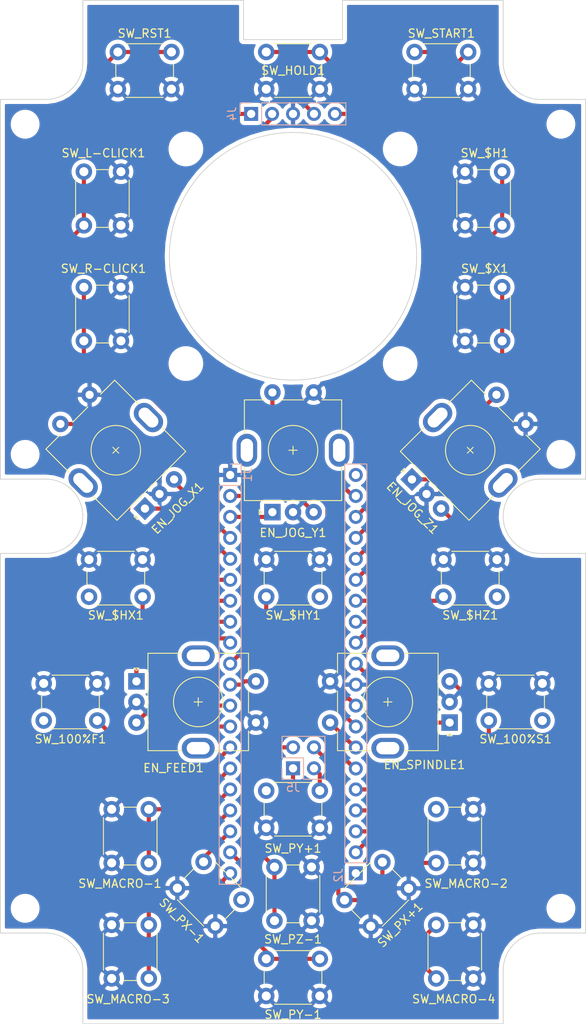
<source format=kicad_pcb>
(kicad_pcb (version 20171130) (host pcbnew 5.1.9-1.fc33)
  (layers (0 F.Cu signal) (31 B.Cu signal) (34 B.Paste user) (35 F.Paste user) (36 B.SilkS user) (37 F.SilkS user) (38 B.Mask user) (39 F.Mask user) (44 Edge.Cuts user))
  (net 0 "")
  (net 1 /17)
  (net 2 /16)
  (net 3 /15)
  (net 4 /14)
  (net 5 /13)
  (net 6 /12)
  (net 7 /11)
  (net 8 /10)
  (net 9 /9)
  (net 10 /8)
  (net 11 /7)
  (net 12 /6)
  (net 13 /5)
  (net 14 /4)
  (net 15 /3)
  (net 16 /2)
  (net 17 /1)
  (net 18 /0)
  (net 19 /27)
  (net 20 +5VA)
  (net 21 +5V)
  (net 22 /26)
  (net 23 /25)
  (net 24 /24)
  (net 25 /23)
  (net 26 /22)
  (net 27 /21)
  (net 28 /20)
  (net 29 /19)
  (net 30 /18)
  (net 31 /39)
  (net 32 /41)
  (net 33 /42)
  (net 34 /43)
  (net 35 /44)
  (net 36 /45)
  (net 37 /28)
  (net 38 /29)
  (net 39 /33)
  (net 40 /32)
  (net 41 GND)
  (net 42 /A0)
  (net 43 /A2)
  (module Encoder:PEC11R-4x15K (layer F.Cu) (at 100 93.5)
    (fp_text reference EN_JOG_Y1 (at 0 10) (layer F.SilkS))
    (fp_text value Rotary_Encoder_Switch)
    (pad A thru_hole rect (at -2.5 7.5 90) (size 2 2) (drill 1) (layers *.Cu *.Mask) (net 18 /0))
    (pad C thru_hole circle (at 0 7.5 90) (size 2 2) (drill 1) (layers *.Cu *.Mask) (net 41 GND))
    (pad S2 thru_hole circle (at -2.5 -7 90) (size 2 2) (drill 1) (layers *.Cu *.Mask) (net 22 /26))
    (pad S1 thru_hole circle (at 2.5 -7 90) (size 2 2) (drill 1) (layers *.Cu *.Mask) (net 41 GND))
    (pad MP thru_hole oval (at -5.6 0 90) (size 4 2.5) (drill oval 2.8 1.5) (layers *.Cu *.Mask))
    (pad MP thru_hole oval (at 5.6 0 90) (size 4 2.5) (drill oval 2.8 1.5) (layers *.Cu *.Mask))
    (pad B thru_hole circle (at 2.5 7.5 90) (size 2 2) (drill 1) (layers *.Cu *.Mask) (net 19 /27))
  )
  (module Encoder:PEC11R-4x15K (layer F.Cu) (at 88.5 124 270)
    (fp_text reference EN_FEED1 (at 8 3) (layer F.SilkS))
    (fp_text value Rotary_Encoder_Switch)
    (pad A thru_hole rect (at -2.5 7.5) (size 2 2) (drill 1) (layers *.Cu *.Mask) (net 15 /3))
    (pad C thru_hole circle (at 0 7.5) (size 2 2) (drill 1) (layers *.Cu *.Mask) (net 41 GND))
    (pad S2 thru_hole circle (at -2.5 -7) (size 2 2) (drill 1) (layers *.Cu *.Mask) (net 10 /8))
    (pad S1 thru_hole circle (at 2.5 -7) (size 2 2) (drill 1) (layers *.Cu *.Mask) (net 41 GND))
    (pad MP thru_hole oval (at -5.6 0) (size 4 2.5) (drill oval 2.8 1.5) (layers *.Cu *.Mask))
    (pad MP thru_hole oval (at 5.6 0) (size 4 2.5) (drill oval 2.8 1.5) (layers *.Cu *.Mask))
    (pad B thru_hole circle (at 2.5 7.5) (size 2 2) (drill 1) (layers *.Cu *.Mask) (net 14 /4))
  )
  (module Encoder:PEC11R-4x15K (layer F.Cu) (at 111.5 124 90)
    (fp_text reference EN_SPINDLE1 (at -7.62 4.445) (layer F.SilkS))
    (fp_text value Rotary_Encoder_Switch)
    (pad A thru_hole rect (at -2.5 7.5 180) (size 2 2) (drill 1) (layers *.Cu *.Mask) (net 30 /18))
    (pad C thru_hole circle (at 0 7.5 180) (size 2 2) (drill 1) (layers *.Cu *.Mask) (net 41 GND))
    (pad S2 thru_hole circle (at -2.5 -7 180) (size 2 2) (drill 1) (layers *.Cu *.Mask) (net 31 /39))
    (pad S1 thru_hole circle (at 2.5 -7 180) (size 2 2) (drill 1) (layers *.Cu *.Mask) (net 41 GND))
    (pad MP thru_hole oval (at -5.6 0 180) (size 4 2.5) (drill oval 2.8 1.5) (layers *.Cu *.Mask))
    (pad MP thru_hole oval (at 5.6 0 180) (size 4 2.5) (drill oval 2.8 1.5) (layers *.Cu *.Mask))
    (pad B thru_hole circle (at 2.5 7.5 180) (size 2 2) (drill 1) (layers *.Cu *.Mask) (net 32 /41))
  )
  (module Encoder:PEC11R-4x15K (layer F.Cu) (at 78.5 93.5 45)
    (fp_text reference EN_JOG_X1 (at 0.353553 10.253048 225) (layer F.SilkS))
    (fp_text value Rotary_Encoder_Switch)
    (pad A thru_hole rect (at -2.5 7.5 135) (size 2 2) (drill 1) (layers *.Cu *.Mask) (net 16 /2))
    (pad C thru_hole circle (at 0 7.5 135) (size 2 2) (drill 1) (layers *.Cu *.Mask) (net 41 GND))
    (pad S2 thru_hole circle (at -2.5 -7 135) (size 2 2) (drill 1) (layers *.Cu *.Mask) (net 6 /12))
    (pad S1 thru_hole circle (at 2.5 -7 135) (size 2 2) (drill 1) (layers *.Cu *.Mask) (net 41 GND))
    (pad MP thru_hole oval (at -5.6 0 135) (size 4 2.5) (drill oval 2.8 1.5) (layers *.Cu *.Mask))
    (pad MP thru_hole oval (at 5.6 0 135) (size 4 2.5) (drill oval 2.8 1.5) (layers *.Cu *.Mask))
    (pad B thru_hole circle (at 2.5 7.5 135) (size 2 2) (drill 1) (layers *.Cu *.Mask) (net 17 /1))
  )
  (module Encoder:PEC11R-4x15K (layer F.Cu) (at 121.5 93.5 315)
    (fp_text reference EN_JOG_Z1 (at 0 9.899495 135) (layer F.SilkS))
    (fp_text value Rotary_Encoder_Switch)
    (pad A thru_hole rect (at -2.5 7.5 45) (size 2 2) (drill 1) (layers *.Cu *.Mask) (net 29 /19))
    (pad C thru_hole circle (at 0 7.5 45) (size 2 2) (drill 1) (layers *.Cu *.Mask) (net 41 GND))
    (pad S2 thru_hole circle (at -2.5 -7 45) (size 2 2) (drill 1) (layers *.Cu *.Mask) (net 35 /44))
    (pad S1 thru_hole circle (at 2.5 -7 45) (size 2 2) (drill 1) (layers *.Cu *.Mask) (net 41 GND))
    (pad MP thru_hole oval (at -5.6 0 45) (size 4 2.5) (drill oval 2.8 1.5) (layers *.Cu *.Mask))
    (pad MP thru_hole oval (at 5.6 0 45) (size 4 2.5) (drill oval 2.8 1.5) (layers *.Cu *.Mask))
    (pad B thru_hole circle (at 2.5 7.5 45) (size 2 2) (drill 1) (layers *.Cu *.Mask) (net 28 /20))
  )
  (module MountingHole:MountingHole_3.2mm_M3 (layer F.Cu) (at 113 83)
    (fp_text reference H10 hide)
    (fp_text value MountingHole hide)
    (pad 1 np_thru_hole circle (at 0 0) (size 3.2 3.2) (drill 3.2) (layers *.Cu *.Mask))
  )
  (module MountingHole:MountingHole_3.2mm_M3 (layer F.Cu) (at 87 83)
    (fp_text reference H9 hide)
    (fp_text value MountingHole hide)
    (pad 1 np_thru_hole circle (at 0 0) (size 3.2 3.2) (drill 3.2) (layers *.Cu *.Mask))
  )
  (module MountingHole:MountingHole_3.2mm_M3 (layer F.Cu) (at 113 57)
    (fp_text reference H8 hide)
    (fp_text value MountingHole hide)
    (pad 1 np_thru_hole circle (at 0 0) (size 3.2 3.2) (drill 3.2) (layers *.Cu *.Mask))
  )
  (module MountingHole:MountingHole_3.2mm_M3 (layer F.Cu) (at 87 57)
    (fp_text reference H7 hide)
    (fp_text value MountingHole hide)
    (pad 1 np_thru_hole circle (at 0 0) (size 3.2 3.2) (drill 3.2) (layers *.Cu *.Mask))
  )
  (module MountingHole:MountingHole_2.5mm (layer F.Cu) (at 132.5 149)
    (fp_text reference H6 hide)
    (fp_text value MountingHole hide)
    (pad 1 np_thru_hole circle (at 0 0) (size 2.5 2.5) (drill 2.5) (layers *.Cu *.Mask))
  )
  (module Connector_PinHeader_2.54mm:PinHeader_2x02_P2.54mm_Vertical (layer B.Cu) (at 100 132.04)
    (fp_text reference J5 (at 0 2.33) (layer B.SilkS) (effects (justify mirror)))
    (fp_text value Conn_02x02_Odd_Even)
    (pad 4 thru_hole oval (at 2.54 -2.54) (size 1.7 1.7) (drill 1) (layers *.Cu *.Mask) (net 37 /28))
    (pad 3 thru_hole oval (at 0 -2.54) (size 1.7 1.7) (drill 1) (layers *.Cu *.Mask) (net 40 /32))
    (pad 2 thru_hole oval (at 2.54 0) (size 1.7 1.7) (drill 1) (layers *.Cu *.Mask) (net 38 /29))
    (pad 1 thru_hole rect (at 0 0) (size 1.7 1.7) (drill 1) (layers *.Cu *.Mask) (net 39 /33))
  )
  (module Button_Switch_THT:SW_PUSH_6mm_H7.3mm (layer F.Cu) (at 103.25 49.75 180)
    (fp_text reference SW_HOLD1 (at 3.25 2.25) (layer F.SilkS))
    (fp_text value SW_Push)
    (pad 2 thru_hole circle (at 0 4.5 270) (size 2 2) (drill 1.1) (layers *.Cu *.Mask) (net 24 /24))
    (pad 1 thru_hole circle (at 0 0 270) (size 2 2) (drill 1.1) (layers *.Cu *.Mask) (net 41 GND))
    (pad 2 thru_hole circle (at 6.5 4.5 270) (size 2 2) (drill 1.1) (layers *.Cu *.Mask) (net 24 /24))
    (pad 1 thru_hole circle (at 6.5 0 270) (size 2 2) (drill 1.1) (layers *.Cu *.Mask) (net 41 GND))
  )
  (module Button_Switch_THT:SW_PUSH_6mm_H7.3mm (layer F.Cu) (at 118.25 106.75)
    (fp_text reference SW_$HZ1 (at 3.25 6.75) (layer F.SilkS))
    (fp_text value SW_Push)
    (pad 2 thru_hole circle (at 0 4.5 90) (size 2 2) (drill 1.1) (layers *.Cu *.Mask) (net 27 /21))
    (pad 1 thru_hole circle (at 0 0 90) (size 2 2) (drill 1.1) (layers *.Cu *.Mask) (net 41 GND))
    (pad 2 thru_hole circle (at 6.5 4.5 90) (size 2 2) (drill 1.1) (layers *.Cu *.Mask) (net 27 /21))
    (pad 1 thru_hole circle (at 6.5 0 90) (size 2 2) (drill 1.1) (layers *.Cu *.Mask) (net 41 GND))
  )
  (module Connector_PinHeader_2.54mm:PinHeader_1x05_P2.54mm_Vertical (layer B.Cu) (at 94.920001 52.75 270)
    (fp_text reference J4 (at 0 2.33 270) (layer B.SilkS) (effects (justify mirror)))
    (fp_text value Conn_01x05)
    (pad 1 thru_hole rect (at 0 0 270) (size 1.7 1.7) (drill 1) (layers *.Cu *.Mask) (net 42 /A0))
    (pad 2 thru_hole oval (at 0 -2.54 270) (size 1.7 1.7) (drill 1) (layers *.Cu *.Mask) (net 20 +5VA))
    (pad 3 thru_hole oval (at 0 -5.08 270) (size 1.7 1.7) (drill 1) (layers *.Cu *.Mask) (net 41 GND))
    (pad 4 thru_hole oval (at 0 -7.62 270) (size 1.7 1.7) (drill 1) (layers *.Cu *.Mask) (net 43 /A2))
    (pad 5 thru_hole oval (at 0 -10.16 270) (size 1.7 1.7) (drill 1) (layers *.Cu *.Mask) (net 23 /25))
  )
  (module MountingHole:MountingHole_2.5mm (layer F.Cu) (at 67.5 149)
    (fp_text reference H5 hide)
    (fp_text value MountingHole hide)
    (pad 1 np_thru_hole circle (at 0 0) (size 2.5 2.5) (drill 2.5) (layers *.Cu *.Mask))
  )
  (module Button_Switch_THT:SW_PUSH_6mm_H7.3mm (layer F.Cu) (at 125.375001 73.75 270)
    (fp_text reference SW_$X1 (at -2.25 2.125001 180) (layer F.SilkS))
    (fp_text value SW_Push)
    (pad 2 thru_hole circle (at 0 4.5) (size 2 2) (drill 1.1) (layers *.Cu *.Mask) (net 41 GND))
    (pad 1 thru_hole circle (at 0 0) (size 2 2) (drill 1.1) (layers *.Cu *.Mask) (net 33 /42))
    (pad 2 thru_hole circle (at 6.5 4.5) (size 2 2) (drill 1.1) (layers *.Cu *.Mask) (net 41 GND))
    (pad 1 thru_hole circle (at 6.5 0) (size 2 2) (drill 1.1) (layers *.Cu *.Mask) (net 33 /42))
  )
  (module Button_Switch_THT:SW_PUSH_6mm_H7.3mm (layer F.Cu) (at 117.375 157.5 90)
    (fp_text reference SW_MACRO-4 (at -2.5 2.125) (layer F.SilkS))
    (fp_text value SW_Push)
    (pad 2 thru_hole circle (at 0 4.5 180) (size 2 2) (drill 1.1) (layers *.Cu *.Mask) (net 41 GND))
    (pad 1 thru_hole circle (at 0 0 180) (size 2 2) (drill 1.1) (layers *.Cu *.Mask) (net 2 /16))
    (pad 2 thru_hole circle (at 6.5 4.5 180) (size 2 2) (drill 1.1) (layers *.Cu *.Mask) (net 41 GND))
    (pad 1 thru_hole circle (at 6.5 0 180) (size 2 2) (drill 1.1) (layers *.Cu *.Mask) (net 2 /16))
  )
  (module MountingHole:MountingHole_2.5mm (layer F.Cu) (at 132.5 54)
    (fp_text reference H2 hide)
    (fp_text value MountingHole hide)
    (pad 1 np_thru_hole circle (at 0 0) (size 2.5 2.5) (drill 2.5) (layers *.Cu *.Mask))
  )
  (module MountingHole:MountingHole_2.5mm (layer F.Cu) (at 132.5 94)
    (fp_text reference H4 hide)
    (fp_text value MountingHole hide)
    (pad 1 np_thru_hole circle (at 0 0) (size 2.5 2.5) (drill 2.5) (layers *.Cu *.Mask))
  )
  (module Button_Switch_THT:SW_PUSH_6mm_H7.3mm (layer F.Cu) (at 103.25 139.25 180)
    (fp_text reference SW_PY+1 (at 3.25 -2.5) (layer F.SilkS))
    (fp_text value SW_Push)
    (pad 1 thru_hole circle (at 6.5 0 270) (size 2 2) (drill 1.1) (layers *.Cu *.Mask) (net 41 GND))
    (pad 2 thru_hole circle (at 6.5 4.5 270) (size 2 2) (drill 1.1) (layers *.Cu *.Mask) (net 38 /29))
    (pad 1 thru_hole circle (at 0 0 270) (size 2 2) (drill 1.1) (layers *.Cu *.Mask) (net 41 GND))
    (pad 2 thru_hole circle (at 0 4.5 270) (size 2 2) (drill 1.1) (layers *.Cu *.Mask) (net 38 /29))
  )
  (module Button_Switch_THT:SW_PUSH_6mm_H7.3mm (layer F.Cu) (at 78.75 45.25)
    (fp_text reference SW_RST1 (at 3.25 -2.25) (layer F.SilkS))
    (fp_text value SW_Push)
    (pad 2 thru_hole circle (at 0 4.5 90) (size 2 2) (drill 1.1) (layers *.Cu *.Mask) (net 41 GND))
    (pad 1 thru_hole circle (at 0 0 90) (size 2 2) (drill 1.1) (layers *.Cu *.Mask) (net 9 /9))
    (pad 2 thru_hole circle (at 6.5 4.5 90) (size 2 2) (drill 1.1) (layers *.Cu *.Mask) (net 41 GND))
    (pad 1 thru_hole circle (at 6.5 0 90) (size 2 2) (drill 1.1) (layers *.Cu *.Mask) (net 9 /9))
  )
  (module Button_Switch_THT:SW_PUSH_6mm_H7.3mm (layer F.Cu) (at 74.625 80.25 90)
    (fp_text reference SW_R-CLICK1 (at 8.75 2.375 180) (layer F.SilkS))
    (fp_text value SW_Push)
    (pad 1 thru_hole circle (at 6.5 0 180) (size 2 2) (drill 1.1) (layers *.Cu *.Mask) (net 8 /10))
    (pad 2 thru_hole circle (at 6.5 4.5 180) (size 2 2) (drill 1.1) (layers *.Cu *.Mask) (net 41 GND))
    (pad 1 thru_hole circle (at 0 0 180) (size 2 2) (drill 1.1) (layers *.Cu *.Mask) (net 8 /10))
    (pad 2 thru_hole circle (at 0 4.5 180) (size 2 2) (drill 1.1) (layers *.Cu *.Mask) (net 41 GND))
  )
  (module Button_Switch_THT:SW_PUSH_6mm_H7.3mm (layer F.Cu) (at 89.15 143.375 315)
    (fp_text reference SW_PX-1 (at 3.164303 6.911969 135) (layer F.SilkS))
    (fp_text value SW_Push)
    (pad 2 thru_hole circle (at 0 4.5 45) (size 2 2) (drill 1.1) (layers *.Cu *.Mask) (net 41 GND))
    (pad 1 thru_hole circle (at 0 0 45) (size 2 2) (drill 1.1) (layers *.Cu *.Mask) (net 3 /15))
    (pad 2 thru_hole circle (at 6.5 4.5 45) (size 2 2) (drill 1.1) (layers *.Cu *.Mask) (net 41 GND))
    (pad 1 thru_hole circle (at 6.5 0 45) (size 2 2) (drill 1.1) (layers *.Cu *.Mask) (net 3 /15))
  )
  (module Button_Switch_THT:SW_PUSH_6mm_H7.3mm (layer F.Cu) (at 114.75 45.25)
    (fp_text reference SW_START1 (at 3.25 -2.25) (layer F.SilkS))
    (fp_text value SW_Push)
    (pad 2 thru_hole circle (at 0 4.5 90) (size 2 2) (drill 1.1) (layers *.Cu *.Mask) (net 41 GND))
    (pad 1 thru_hole circle (at 0 0 90) (size 2 2) (drill 1.1) (layers *.Cu *.Mask) (net 25 /23))
    (pad 2 thru_hole circle (at 6.5 4.5 90) (size 2 2) (drill 1.1) (layers *.Cu *.Mask) (net 41 GND))
    (pad 1 thru_hole circle (at 6.5 0 90) (size 2 2) (drill 1.1) (layers *.Cu *.Mask) (net 25 /23))
  )
  (module Button_Switch_THT:SW_PUSH_6mm_H7.3mm (layer F.Cu) (at 78 157.5 90)
    (fp_text reference SW_MACRO-3 (at -2.5 2) (layer F.SilkS))
    (fp_text value SW_Push)
    (pad 2 thru_hole circle (at 0 4.5 180) (size 2 2) (drill 1.1) (layers *.Cu *.Mask) (net 4 /14))
    (pad 1 thru_hole circle (at 0 0 180) (size 2 2) (drill 1.1) (layers *.Cu *.Mask) (net 41 GND))
    (pad 2 thru_hole circle (at 6.5 4.5 180) (size 2 2) (drill 1.1) (layers *.Cu *.Mask) (net 4 /14))
    (pad 1 thru_hole circle (at 6.5 0 180) (size 2 2) (drill 1.1) (layers *.Cu *.Mask) (net 41 GND))
  )
  (module Connector_PinHeader_2.54mm:PinHeader_1x20_P2.54mm_Vertical (layer B.Cu) (at 107.616 144.76)
    (fp_text reference J2 (at -2.116 0.24 90) (layer B.SilkS) (effects (justify mirror)))
    (fp_text value Conn_01x20)
    (pad 20 thru_hole oval (at 0 -48.26) (size 1.7 1.7) (drill 1) (layers *.Cu *.Mask) (net 21 +5V))
    (pad 19 thru_hole oval (at 0 -45.72) (size 1.7 1.7) (drill 1) (layers *.Cu *.Mask) (net 22 /26))
    (pad 18 thru_hole oval (at 0 -43.18) (size 1.7 1.7) (drill 1) (layers *.Cu *.Mask) (net 23 /25))
    (pad 17 thru_hole oval (at 0 -40.64) (size 1.7 1.7) (drill 1) (layers *.Cu *.Mask) (net 24 /24))
    (pad 16 thru_hole oval (at 0 -38.1) (size 1.7 1.7) (drill 1) (layers *.Cu *.Mask) (net 25 /23))
    (pad 15 thru_hole oval (at 0 -35.56) (size 1.7 1.7) (drill 1) (layers *.Cu *.Mask) (net 26 /22))
    (pad 14 thru_hole oval (at 0 -33.02) (size 1.7 1.7) (drill 1) (layers *.Cu *.Mask) (net 27 /21))
    (pad 13 thru_hole oval (at 0 -30.48) (size 1.7 1.7) (drill 1) (layers *.Cu *.Mask) (net 28 /20))
    (pad 12 thru_hole oval (at 0 -27.94) (size 1.7 1.7) (drill 1) (layers *.Cu *.Mask) (net 29 /19))
    (pad 11 thru_hole oval (at 0 -25.4) (size 1.7 1.7) (drill 1) (layers *.Cu *.Mask) (net 30 /18))
    (pad 10 thru_hole oval (at 0 -22.86) (size 1.7 1.7) (drill 1) (layers *.Cu *.Mask) (net 41 GND))
    (pad 9 thru_hole oval (at 0 -20.32) (size 1.7 1.7) (drill 1) (layers *.Cu *.Mask) (net 20 +5VA))
    (pad 8 thru_hole oval (at 0 -17.78) (size 1.7 1.7) (drill 1) (layers *.Cu *.Mask) (net 42 /A0))
    (pad 7 thru_hole oval (at 0 -15.24) (size 1.7 1.7) (drill 1) (layers *.Cu *.Mask) (net 31 /39))
    (pad 6 thru_hole oval (at 0 -12.7) (size 1.7 1.7) (drill 1) (layers *.Cu *.Mask) (net 43 /A2))
    (pad 5 thru_hole oval (at 0 -10.16) (size 1.7 1.7) (drill 1) (layers *.Cu *.Mask) (net 32 /41))
    (pad 4 thru_hole oval (at 0 -7.62) (size 1.7 1.7) (drill 1) (layers *.Cu *.Mask) (net 33 /42))
    (pad 3 thru_hole oval (at 0 -5.08) (size 1.7 1.7) (drill 1) (layers *.Cu *.Mask) (net 34 /43))
    (pad 2 thru_hole oval (at 0 -2.54) (size 1.7 1.7) (drill 1) (layers *.Cu *.Mask) (net 35 /44))
    (pad 1 thru_hole rect (at 0 0) (size 1.7 1.7) (drill 1) (layers *.Cu *.Mask) (net 36 /45))
  )
  (module Button_Switch_THT:SW_PUSH_6mm_H7.3mm (layer F.Cu) (at 78 143.5 90)
    (fp_text reference SW_MACRO-1 (at -2.5 1 180) (layer F.SilkS))
    (fp_text value SW_Push)
    (pad 2 thru_hole circle (at 0 4.5 180) (size 2 2) (drill 1.1) (layers *.Cu *.Mask) (net 5 /13))
    (pad 1 thru_hole circle (at 0 0 180) (size 2 2) (drill 1.1) (layers *.Cu *.Mask) (net 41 GND))
    (pad 2 thru_hole circle (at 6.5 4.5 180) (size 2 2) (drill 1.1) (layers *.Cu *.Mask) (net 5 /13))
    (pad 1 thru_hole circle (at 6.5 0 180) (size 2 2) (drill 1.1) (layers *.Cu *.Mask) (net 41 GND))
  )
  (module Connector_PinHeader_2.54mm:PinHeader_1x20_P2.54mm_Vertical (layer B.Cu) (at 92.376 96.5 180)
    (fp_text reference J1 (at -2.124 0 90) (layer B.SilkS) (effects (justify mirror)))
    (fp_text value Conn_01x20)
    (pad 1 thru_hole rect (at 0 0 180) (size 1.7 1.7) (drill 1) (layers *.Cu *.Mask) (net 41 GND))
    (pad 2 thru_hole oval (at 0 -2.54 180) (size 1.7 1.7) (drill 1) (layers *.Cu *.Mask) (net 19 /27))
    (pad 3 thru_hole oval (at 0 -5.08 180) (size 1.7 1.7) (drill 1) (layers *.Cu *.Mask) (net 18 /0))
    (pad 4 thru_hole oval (at 0 -7.62 180) (size 1.7 1.7) (drill 1) (layers *.Cu *.Mask) (net 17 /1))
    (pad 5 thru_hole oval (at 0 -10.16 180) (size 1.7 1.7) (drill 1) (layers *.Cu *.Mask) (net 16 /2))
    (pad 6 thru_hole oval (at 0 -12.7 180) (size 1.7 1.7) (drill 1) (layers *.Cu *.Mask) (net 15 /3))
    (pad 7 thru_hole oval (at 0 -15.24 180) (size 1.7 1.7) (drill 1) (layers *.Cu *.Mask) (net 14 /4))
    (pad 8 thru_hole oval (at 0 -17.78 180) (size 1.7 1.7) (drill 1) (layers *.Cu *.Mask) (net 13 /5))
    (pad 9 thru_hole oval (at 0 -20.32 180) (size 1.7 1.7) (drill 1) (layers *.Cu *.Mask) (net 12 /6))
    (pad 10 thru_hole oval (at 0 -22.86 180) (size 1.7 1.7) (drill 1) (layers *.Cu *.Mask) (net 11 /7))
    (pad 11 thru_hole oval (at 0 -25.4 180) (size 1.7 1.7) (drill 1) (layers *.Cu *.Mask) (net 10 /8))
    (pad 12 thru_hole oval (at 0 -27.94 180) (size 1.7 1.7) (drill 1) (layers *.Cu *.Mask) (net 9 /9))
    (pad 13 thru_hole oval (at 0 -30.48 180) (size 1.7 1.7) (drill 1) (layers *.Cu *.Mask) (net 8 /10))
    (pad 14 thru_hole oval (at 0 -33.02 180) (size 1.7 1.7) (drill 1) (layers *.Cu *.Mask) (net 7 /11))
    (pad 15 thru_hole oval (at 0 -35.56 180) (size 1.7 1.7) (drill 1) (layers *.Cu *.Mask) (net 6 /12))
    (pad 16 thru_hole oval (at 0 -38.1 180) (size 1.7 1.7) (drill 1) (layers *.Cu *.Mask) (net 5 /13))
    (pad 17 thru_hole oval (at 0 -40.64 180) (size 1.7 1.7) (drill 1) (layers *.Cu *.Mask) (net 4 /14))
    (pad 18 thru_hole oval (at 0 -43.18 180) (size 1.7 1.7) (drill 1) (layers *.Cu *.Mask) (net 3 /15))
    (pad 19 thru_hole oval (at 0 -45.72 180) (size 1.7 1.7) (drill 1) (layers *.Cu *.Mask) (net 2 /16))
    (pad 20 thru_hole oval (at 0 -48.26 180) (size 1.7 1.7) (drill 1) (layers *.Cu *.Mask) (net 1 /17))
  )
  (module Button_Switch_THT:SW_PUSH_6mm_H7.3mm (layer F.Cu) (at 123.75 121.75)
    (fp_text reference SW_100%S1 (at 3.25 6.75) (layer F.SilkS))
    (fp_text value SW_Push)
    (pad 1 thru_hole circle (at 6.5 0 90) (size 2 2) (drill 1.1) (layers *.Cu *.Mask) (net 41 GND))
    (pad 2 thru_hole circle (at 6.5 4.5 90) (size 2 2) (drill 1.1) (layers *.Cu *.Mask) (net 34 /43))
    (pad 1 thru_hole circle (at 0 0 90) (size 2 2) (drill 1.1) (layers *.Cu *.Mask) (net 41 GND))
    (pad 2 thru_hole circle (at 0 4.5 90) (size 2 2) (drill 1.1) (layers *.Cu *.Mask) (net 34 /43))
  )
  (module Button_Switch_THT:SW_PUSH_6mm_H7.3mm (layer F.Cu) (at 106.25 148 45)
    (fp_text reference SW_PX+1 (at 2.65165 6.894291 45) (layer F.SilkS))
    (fp_text value SW_Push)
    (pad 2 thru_hole circle (at 0 4.5 135) (size 2 2) (drill 1.1) (layers *.Cu *.Mask) (net 41 GND))
    (pad 1 thru_hole circle (at 0 0 135) (size 2 2) (drill 1.1) (layers *.Cu *.Mask) (net 37 /28))
    (pad 2 thru_hole circle (at 6.5 4.5 135) (size 2 2) (drill 1.1) (layers *.Cu *.Mask) (net 41 GND))
    (pad 1 thru_hole circle (at 6.5 0 135) (size 2 2) (drill 1.1) (layers *.Cu *.Mask) (net 37 /28))
  )
  (module Button_Switch_THT:SW_PUSH_6mm_H7.3mm (layer F.Cu) (at 75.25 106.75)
    (fp_text reference SW_$HX1 (at 3.25 6.75) (layer F.SilkS))
    (fp_text value SW_Push)
    (pad 2 thru_hole circle (at 0 4.5 90) (size 2 2) (drill 1.1) (layers *.Cu *.Mask) (net 13 /5))
    (pad 1 thru_hole circle (at 0 0 90) (size 2 2) (drill 1.1) (layers *.Cu *.Mask) (net 41 GND))
    (pad 2 thru_hole circle (at 6.5 4.5 90) (size 2 2) (drill 1.1) (layers *.Cu *.Mask) (net 13 /5))
    (pad 1 thru_hole circle (at 6.5 0 90) (size 2 2) (drill 1.1) (layers *.Cu *.Mask) (net 41 GND))
  )
  (module Button_Switch_THT:SW_PUSH_6mm_H7.3mm (layer F.Cu) (at 125.375001 59.75 270)
    (fp_text reference SW_$H1 (at -2.25 2.125001 180) (layer F.SilkS))
    (fp_text value SW_Push)
    (pad 2 thru_hole circle (at 0 4.5) (size 2 2) (drill 1.1) (layers *.Cu *.Mask) (net 41 GND))
    (pad 1 thru_hole circle (at 0 0) (size 2 2) (drill 1.1) (layers *.Cu *.Mask) (net 26 /22))
    (pad 2 thru_hole circle (at 6.5 4.5) (size 2 2) (drill 1.1) (layers *.Cu *.Mask) (net 41 GND))
    (pad 1 thru_hole circle (at 6.5 0) (size 2 2) (drill 1.1) (layers *.Cu *.Mask) (net 26 /22))
  )
  (module Button_Switch_THT:SW_PUSH_6mm_H7.3mm (layer F.Cu) (at 117.375 143.5 90)
    (fp_text reference SW_MACRO-2 (at -2.5 3.625) (layer F.SilkS))
    (fp_text value SW_Push)
    (pad 2 thru_hole circle (at 0 4.5 180) (size 2 2) (drill 1.1) (layers *.Cu *.Mask) (net 41 GND))
    (pad 1 thru_hole circle (at 0 0 180) (size 2 2) (drill 1.1) (layers *.Cu *.Mask) (net 39 /33))
    (pad 2 thru_hole circle (at 6.5 4.5 180) (size 2 2) (drill 1.1) (layers *.Cu *.Mask) (net 41 GND))
    (pad 1 thru_hole circle (at 6.5 0 180) (size 2 2) (drill 1.1) (layers *.Cu *.Mask) (net 39 /33))
  )
  (module Button_Switch_THT:SW_PUSH_6mm_H7.3mm (layer F.Cu) (at 96.75 106.75)
    (fp_text reference SW_$HY1 (at 3.25 6.75) (layer F.SilkS))
    (fp_text value SW_Push)
    (pad 2 thru_hole circle (at 0 4.5 90) (size 2 2) (drill 1.1) (layers *.Cu *.Mask) (net 11 /7))
    (pad 1 thru_hole circle (at 0 0 90) (size 2 2) (drill 1.1) (layers *.Cu *.Mask) (net 41 GND))
    (pad 2 thru_hole circle (at 6.5 4.5 90) (size 2 2) (drill 1.1) (layers *.Cu *.Mask) (net 11 /7))
    (pad 1 thru_hole circle (at 6.5 0 90) (size 2 2) (drill 1.1) (layers *.Cu *.Mask) (net 41 GND))
  )
  (module MountingHole:MountingHole_2.5mm (layer F.Cu) (at 67.5 94)
    (fp_text reference H3 hide)
    (fp_text value MountingHole hide)
    (pad "" np_thru_hole circle (at 0 0) (size 2.5 2.5) (drill 2.5) (layers *.Cu *.Mask))
  )
  (module Button_Switch_THT:SW_PUSH_6mm_H7.3mm (layer F.Cu) (at 96.75 155.125)
    (fp_text reference SW_PY-1 (at 3.25 6.75) (layer F.SilkS))
    (fp_text value SW_Push)
    (pad 2 thru_hole circle (at 0 4.5 90) (size 2 2) (drill 1.1) (layers *.Cu *.Mask) (net 41 GND))
    (pad 1 thru_hole circle (at 0 0 90) (size 2 2) (drill 1.1) (layers *.Cu *.Mask) (net 1 /17))
    (pad 2 thru_hole circle (at 6.5 4.5 90) (size 2 2) (drill 1.1) (layers *.Cu *.Mask) (net 41 GND))
    (pad 1 thru_hole circle (at 6.5 0 90) (size 2 2) (drill 1.1) (layers *.Cu *.Mask) (net 1 /17))
  )
  (module Button_Switch_THT:SW_PUSH_6mm_H7.3mm (layer F.Cu) (at 102.25 143.999999 270)
    (fp_text reference SW_PZ-1 (at 8.750001 2.25 180) (layer F.SilkS))
    (fp_text value SW_Push)
    (pad 2 thru_hole circle (at 0 4.5) (size 2 2) (drill 1.1) (layers *.Cu *.Mask) (net 40 /32))
    (pad 1 thru_hole circle (at 0 0) (size 2 2) (drill 1.1) (layers *.Cu *.Mask) (net 41 GND))
    (pad 2 thru_hole circle (at 6.5 4.5) (size 2 2) (drill 1.1) (layers *.Cu *.Mask) (net 40 /32))
    (pad 1 thru_hole circle (at 6.5 0) (size 2 2) (drill 1.1) (layers *.Cu *.Mask) (net 41 GND))
  )
  (module MountingHole:MountingHole_2.5mm (layer F.Cu) (at 67.5 54)
    (fp_text reference H1 hide)
    (fp_text value MountingHole hide)
    (pad 1 np_thru_hole circle (at 0 0) (size 2.5 2.5) (drill 2.5) (layers *.Cu *.Mask))
  )
  (module Button_Switch_THT:SW_PUSH_6mm_H7.3mm (layer F.Cu) (at 74.625 66.25 90)
    (fp_text reference SW_L-CLICK1 (at 8.75 2.375 180) (layer F.SilkS))
    (fp_text value SW_Push)
    (pad 2 thru_hole circle (at 0 4.5 180) (size 2 2) (drill 1.1) (layers *.Cu *.Mask) (net 41 GND))
    (pad 1 thru_hole circle (at 0 0 180) (size 2 2) (drill 1.1) (layers *.Cu *.Mask) (net 7 /11))
    (pad 2 thru_hole circle (at 6.5 4.5 180) (size 2 2) (drill 1.1) (layers *.Cu *.Mask) (net 41 GND))
    (pad 1 thru_hole circle (at 6.5 0 180) (size 2 2) (drill 1.1) (layers *.Cu *.Mask) (net 7 /11))
  )
  (module Button_Switch_THT:SW_PUSH_6mm_H7.3mm (layer F.Cu) (at 69.75 121.75)
    (fp_text reference SW_100%F1 (at 3.25 6.75) (layer F.SilkS))
    (fp_text value SW_Push)
    (pad 2 thru_hole circle (at 0 4.5 90) (size 2 2) (drill 1.1) (layers *.Cu *.Mask) (net 12 /6))
    (pad 1 thru_hole circle (at 0 0 90) (size 2 2) (drill 1.1) (layers *.Cu *.Mask) (net 41 GND))
    (pad 2 thru_hole circle (at 6.5 4.5 90) (size 2 2) (drill 1.1) (layers *.Cu *.Mask) (net 12 /6))
    (pad 1 thru_hole circle (at 6.5 0 90) (size 2 2) (drill 1.1) (layers *.Cu *.Mask) (net 41 GND))
  )
  (gr_line (start 94 39) (end 74.5 39) (layer Edge.Cuts) (width 0.1))
  (gr_line (start 94 43.75) (end 94 39) (layer Edge.Cuts) (width 0.1))
  (gr_line (start 106 43.75) (end 94 43.75) (layer Edge.Cuts) (width 0.1))
  (gr_line (start 106 39) (end 106 43.75) (layer Edge.Cuts) (width 0.1))
  (gr_line (start 125.5 39) (end 106 39) (layer Edge.Cuts) (width 0.1))
  (gr_line (start 135.5 51) (end 135.5 97) (layer Edge.Cuts) (width 0.1))
  (gr_line (start 135.5 152) (end 135.5 106) (layer Edge.Cuts) (width 0.1))
  (gr_line (start 64.5 97) (end 64.5 51) (layer Edge.Cuts) (width 0.1))
  (gr_line (start 64.5 152) (end 64.5 106) (layer Edge.Cuts) (width 0.1))
  (gr_line (start 125.5 163) (end 74.5 163) (layer Edge.Cuts) (width 0.1))
  (gr_arc (start 70 156.5) (end 74.5 156.5) (angle -90) (layer Edge.Cuts) (width 0.1))
  (gr_arc (start 130 156.5) (end 130 152) (angle -90) (layer Edge.Cuts) (width 0.1))
  (gr_arc (start 70 46.5) (end 70 51) (angle -90) (layer Edge.Cuts) (width 0.1))
  (gr_arc (start 130 46.5) (end 125.5 46.5) (angle -90) (layer Edge.Cuts) (width 0.1))
  (gr_arc (start 130 101.5) (end 130 97) (angle -180) (layer Edge.Cuts) (width 0.1))
  (gr_arc (start 70 101.5) (end 70 106) (angle -180) (layer Edge.Cuts) (width 0.1))
  (gr_circle (center 100 70) (end 115 70) (layer Edge.Cuts) (width 0.1))
  (gr_line (start 74.5 156.5) (end 74.5 163) (layer Edge.Cuts) (width 0.1))
  (gr_line (start 74.5 39) (end 74.5 46.5) (layer Edge.Cuts) (width 0.1))
  (gr_line (start 125.5 46.5) (end 125.5 39) (layer Edge.Cuts) (width 0.1))
  (gr_line (start 135.5 106) (end 130 106) (layer Edge.Cuts) (width 0.1))
  (gr_line (start 130 152) (end 135.5 152) (layer Edge.Cuts) (width 0.1))
  (gr_line (start 125.5 163) (end 125.5 156.5) (layer Edge.Cuts) (width 0.1))
  (gr_line (start 64.5 152) (end 70 152) (layer Edge.Cuts) (width 0.1))
  (gr_line (start 70 106) (end 64.5 106) (layer Edge.Cuts) (width 0.1))
  (gr_line (start 64.5 97) (end 70 97) (layer Edge.Cuts) (width 0.1))
  (gr_line (start 70 51) (end 64.5 51) (layer Edge.Cuts) (width 0.1))
  (gr_line (start 135.5 51) (end 130 51) (layer Edge.Cuts) (width 0.1))
  (gr_line (start 130 97) (end 135.5 97) (layer Edge.Cuts) (width 0.1))
  (segment (start 96.75 155.125) (end 96.75 154.25) (width 0.5) (layer F.Cu) (net 1))
  (segment (start 96.75 154.25) (end 91.5 149) (width 0.5) (layer F.Cu) (net 1))
  (segment (start 91.5 145.636) (end 92.376 144.76) (width 0.5) (layer F.Cu) (net 1))
  (segment (start 91.5 149) (end 91.5 145.636) (width 0.5) (layer F.Cu) (net 1))
  (segment (start 96.75 155.125) (end 103.25 155.125) (width 0.5) (layer F.Cu) (net 1))
  (segment (start 117.375 157.5) (end 117.375 157.475) (width 0.5) (layer F.Cu) (net 2))
  (segment (start 117.375 157.475) (end 114.1 154.2) (width 0.5) (layer F.Cu) (net 2))
  (segment (start 114.175 154.2) (end 114.1 154.2) (width 0.5) (layer F.Cu) (net 2))
  (segment (start 117.375 151) (end 114.175 154.2) (width 0.5) (layer F.Cu) (net 2))
  (segment (start 107.2 154.2) (end 114.1 154.2) (width 0.5) (layer F.Cu) (net 2))
  (segment (start 105.7 152.7) (end 107.2 154.2) (width 0.5) (layer F.Cu) (net 2))
  (segment (start 97 152.7) (end 105.7 152.7) (width 0.5) (layer F.Cu) (net 2))
  (segment (start 95.7 151.4) (end 97 152.7) (width 0.5) (layer F.Cu) (net 2))
  (segment (start 95.7 145.544) (end 95.7 151.4) (width 0.5) (layer F.Cu) (net 2))
  (segment (start 92.376 142.22) (end 95.7 145.544) (width 0.5) (layer F.Cu) (net 2))
  (segment (start 89.15 142.906) (end 92.376 139.68) (width 0.5) (layer F.Cu) (net 3))
  (segment (start 89.15 143.375) (end 89.15 142.906) (width 0.5) (layer F.Cu) (net 3))
  (segment (start 82.5 147.016) (end 82.5 151) (width 0.5) (layer F.Cu) (net 4))
  (segment (start 92.376 137.14) (end 82.5 147.016) (width 0.5) (layer F.Cu) (net 4))
  (segment (start 82.5 157.5) (end 82.5 151) (width 0.5) (layer F.Cu) (net 4))
  (segment (start 92.376 134.6) (end 89.976 137) (width 0.5) (layer F.Cu) (net 5))
  (segment (start 89.976 137) (end 82.5 137) (width 0.5) (layer F.Cu) (net 5))
  (segment (start 82.5 143.5) (end 82.5 137) (width 0.5) (layer F.Cu) (net 5))
  (segment (start 92.376 132.06) (end 91.136 133.3) (width 0.5) (layer F.Cu) (net 6))
  (segment (start 91.136 133.3) (end 76.6 133.3) (width 0.5) (layer F.Cu) (net 6))
  (segment (start 76.6 133.3) (end 71.75 128.45) (width 0.5) (layer F.Cu) (net 6))
  (segment (start 71.75 128.45) (end 76 132.7) (width 0.5) (layer F.Cu) (net 6))
  (segment (start 71.5 128.2) (end 71.75 128.45) (width 0.5) (layer F.Cu) (net 6))
  (segment (start 71.5 118.6) (end 71.5 128.2) (width 0.5) (layer F.Cu) (net 6))
  (segment (start 77 113.1) (end 71.5 118.6) (width 0.5) (layer F.Cu) (net 6))
  (segment (start 77 98.9) (end 77 113.1) (width 0.5) (layer F.Cu) (net 6))
  (segment (start 77.7 98.2) (end 77 98.9) (width 0.5) (layer F.Cu) (net 6))
  (segment (start 74.318019 90.318019) (end 77.7 93.7) (width 0.5) (layer F.Cu) (net 6))
  (segment (start 77.7 93.7) (end 77.7 98.2) (width 0.5) (layer F.Cu) (net 6))
  (segment (start 71.782486 90.318019) (end 74.318019 90.318019) (width 0.5) (layer F.Cu) (net 6))
  (segment (start 74.625 59.75) (end 74.625 66.25) (width 0.5) (layer F.Cu) (net 7))
  (segment (start 89.596 132.3) (end 92.376 129.52) (width 0.5) (layer F.Cu) (net 7))
  (segment (start 78 113.5) (end 72.5 119) (width 0.5) (layer F.Cu) (net 7))
  (segment (start 72.5 127.8) (end 77 132.3) (width 0.5) (layer F.Cu) (net 7))
  (segment (start 78.7 98.6) (end 78 99.3) (width 0.5) (layer F.Cu) (net 7))
  (segment (start 78 99.3) (end 78 113.5) (width 0.5) (layer F.Cu) (net 7))
  (segment (start 78.7 93.3) (end 78.7 98.6) (width 0.5) (layer F.Cu) (net 7))
  (segment (start 72.4 87) (end 78.7 93.3) (width 0.5) (layer F.Cu) (net 7))
  (segment (start 77 132.3) (end 89.596 132.3) (width 0.5) (layer F.Cu) (net 7))
  (segment (start 72.4 68.475) (end 72.4 87) (width 0.5) (layer F.Cu) (net 7))
  (segment (start 72.5 119) (end 72.5 127.8) (width 0.5) (layer F.Cu) (net 7))
  (segment (start 74.625 66.25) (end 72.4 68.475) (width 0.5) (layer F.Cu) (net 7))
  (segment (start 80.8 131.3) (end 77.4 131.3) (width 0.5) (layer F.Cu) (net 8))
  (segment (start 92.376 126.98) (end 87.22 126.98) (width 0.5) (layer F.Cu) (net 8))
  (segment (start 82.9 131.3) (end 77.4 131.3) (width 0.5) (layer F.Cu) (net 8))
  (segment (start 87.22 126.98) (end 82.9 131.3) (width 0.5) (layer F.Cu) (net 8))
  (segment (start 74.625 73.75) (end 74.625 80.25) (width 0.5) (layer F.Cu) (net 8))
  (segment (start 77.5 90.7) (end 77.5 85.9) (width 0.5) (layer F.Cu) (net 8))
  (segment (start 79.7 92.9) (end 77.5 90.7) (width 0.5) (layer F.Cu) (net 8))
  (segment (start 79.7 99) (end 79.7 92.9) (width 0.5) (layer F.Cu) (net 8))
  (segment (start 79 99.7) (end 79.7 99) (width 0.5) (layer F.Cu) (net 8))
  (segment (start 74.625 83.025) (end 74.625 80.25) (width 0.5) (layer F.Cu) (net 8))
  (segment (start 77.5 85.9) (end 74.625 83.025) (width 0.5) (layer F.Cu) (net 8))
  (segment (start 79 113.9) (end 79 99.7) (width 0.5) (layer F.Cu) (net 8))
  (segment (start 73.5 127.4) (end 73.5 119.4) (width 0.5) (layer F.Cu) (net 8))
  (segment (start 73.5 119.4) (end 79 113.9) (width 0.5) (layer F.Cu) (net 8))
  (segment (start 77.4 131.3) (end 73.5 127.4) (width 0.5) (layer F.Cu) (net 8))
  (segment (start 85.25 45.25) (end 78.75 45.25) (width 0.5) (layer F.Cu) (net 9))
  (segment (start 78.75 45.25) (end 76.8 47.2) (width 0.5) (layer F.Cu) (net 9))
  (segment (start 76.8 47.2) (end 76.8 83.8) (width 0.5) (layer F.Cu) (net 9))
  (segment (start 76.8 83.8) (end 78.5 85.5) (width 0.5) (layer F.Cu) (net 9))
  (segment (start 77.8 130.3) (end 82.5 130.3) (width 0.5) (layer F.Cu) (net 9))
  (segment (start 78.5 85.5) (end 78.5 90.3) (width 0.5) (layer F.Cu) (net 9))
  (segment (start 88.36 124.44) (end 92.376 124.44) (width 0.5) (layer F.Cu) (net 9))
  (segment (start 80.7 99.4) (end 80 100.1) (width 0.5) (layer F.Cu) (net 9))
  (segment (start 78.5 90.3) (end 80.7 92.5) (width 0.5) (layer F.Cu) (net 9))
  (segment (start 80.7 92.5) (end 80.7 99.4) (width 0.5) (layer F.Cu) (net 9))
  (segment (start 80 100.1) (end 80 114.3) (width 0.5) (layer F.Cu) (net 9))
  (segment (start 80 114.3) (end 74.5 119.8) (width 0.5) (layer F.Cu) (net 9))
  (segment (start 74.5 127) (end 77.8 130.3) (width 0.5) (layer F.Cu) (net 9))
  (segment (start 74.5 119.8) (end 74.5 127) (width 0.5) (layer F.Cu) (net 9))
  (segment (start 82.5 130.3) (end 88.36 124.44) (width 0.5) (layer F.Cu) (net 9))
  (segment (start 92.376 121.9) (end 93.7 121.9) (width 0.5) (layer F.Cu) (net 10))
  (segment (start 94.1 121.5) (end 95.5 121.5) (width 0.5) (layer F.Cu) (net 10))
  (segment (start 93.7 121.9) (end 94.1 121.5) (width 0.5) (layer F.Cu) (net 10))
  (segment (start 96.75 114.986) (end 96.75 111.25) (width 0.5) (layer F.Cu) (net 11))
  (segment (start 92.376 119.36) (end 96.75 114.986) (width 0.5) (layer F.Cu) (net 11))
  (segment (start 79.3 129.3) (end 76.25 126.25) (width 0.5) (layer F.Cu) (net 12))
  (segment (start 82.1 129.3) (end 79.3 129.3) (width 0.5) (layer F.Cu) (net 12))
  (segment (start 85 126.4) (end 82.1 129.3) (width 0.5) (layer F.Cu) (net 12))
  (segment (start 85 118.2) (end 85 126.4) (width 0.5) (layer F.Cu) (net 12))
  (segment (start 91.856 116.3) (end 86.9 116.3) (width 0.5) (layer F.Cu) (net 12))
  (segment (start 86.9 116.3) (end 85 118.2) (width 0.5) (layer F.Cu) (net 12))
  (segment (start 92.376 116.82) (end 91.856 116.3) (width 0.5) (layer F.Cu) (net 12))
  (segment (start 81.7 128.3) (end 80.3 128.3) (width 0.5) (layer F.Cu) (net 13))
  (segment (start 84.00001 125.99999) (end 81.7 128.3) (width 0.5) (layer F.Cu) (net 13))
  (segment (start 78.1 117.6) (end 81.25 114.45) (width 0.5) (layer F.Cu) (net 13))
  (segment (start 84.00001 117.79999) (end 84.00001 125.99999) (width 0.5) (layer F.Cu) (net 13))
  (segment (start 78.1 126.1) (end 78.1 117.6) (width 0.5) (layer F.Cu) (net 13))
  (segment (start 80.3 128.3) (end 78.1 126.1) (width 0.5) (layer F.Cu) (net 13))
  (segment (start 87.52 114.28) (end 84.00001 117.79999) (width 0.5) (layer F.Cu) (net 13))
  (segment (start 92.376 114.28) (end 87.52 114.28) (width 0.5) (layer F.Cu) (net 13))
  (segment (start 81.75 113.95) (end 81.75 111.25) (width 0.5) (layer F.Cu) (net 13))
  (segment (start 81.25 114.45) (end 81.75 113.95) (width 0.5) (layer F.Cu) (net 13))
  (segment (start 83 124.5) (end 81 126.5) (width 0.5) (layer F.Cu) (net 14))
  (segment (start 83 117.4) (end 83 124.5) (width 0.5) (layer F.Cu) (net 14))
  (segment (start 88.66 111.74) (end 83 117.4) (width 0.5) (layer F.Cu) (net 14))
  (segment (start 92.376 111.74) (end 88.66 111.74) (width 0.5) (layer F.Cu) (net 14))
  (segment (start 81 118) (end 81 121.5) (width 0.5) (layer F.Cu) (net 15))
  (segment (start 89.8 109.2) (end 81 118) (width 0.5) (layer F.Cu) (net 15))
  (segment (start 92.376 109.2) (end 89.8 109.2) (width 0.5) (layer F.Cu) (net 15))
  (segment (start 86.287068 100.571068) (end 82.035534 100.571068) (width 0.5) (layer F.Cu) (net 16))
  (segment (start 92.376 106.66) (end 86.287068 100.571068) (width 0.5) (layer F.Cu) (net 16))
  (segment (start 85.571068 97.315068) (end 85.571068 97.035534) (width 0.5) (layer F.Cu) (net 17))
  (segment (start 92.376 104.12) (end 85.571068 97.315068) (width 0.5) (layer F.Cu) (net 17))
  (segment (start 96.92 101.58) (end 92.376 101.58) (width 0.5) (layer F.Cu) (net 18))
  (segment (start 97.5 101) (end 96.92 101.58) (width 0.5) (layer F.Cu) (net 18))
  (segment (start 100.54 99.04) (end 92.376 99.04) (width 0.5) (layer F.Cu) (net 19))
  (segment (start 102.5 101) (end 100.54 99.04) (width 0.5) (layer F.Cu) (net 19))
  (segment (start 97.460001 53.239999) (end 97.460001 52.75) (width 0.5) (layer F.Cu) (net 20))
  (segment (start 90.1 54.5) (end 96.2 54.5) (width 0.5) (layer F.Cu) (net 20))
  (segment (start 88.7 53.1) (end 90.1 54.5) (width 0.5) (layer F.Cu) (net 20))
  (segment (start 85.3 53.1) (end 88.7 53.1) (width 0.5) (layer F.Cu) (net 20))
  (segment (start 83.1 55.3) (end 85.3 53.1) (width 0.5) (layer F.Cu) (net 20))
  (segment (start 107.616 124.44) (end 106.766001 123.590001) (width 0.5) (layer F.Cu) (net 20))
  (segment (start 106.766001 123.590001) (end 103.790001 123.590001) (width 0.5) (layer F.Cu) (net 20))
  (segment (start 83.1 84.6) (end 83.1 55.3) (width 0.5) (layer F.Cu) (net 20))
  (segment (start 103.790001 123.590001) (end 102 121.8) (width 0.5) (layer F.Cu) (net 20))
  (segment (start 105.5 103.3) (end 106.075 102.725) (width 0.5) (layer F.Cu) (net 20))
  (segment (start 102 117) (end 105.5 113.5) (width 0.5) (layer F.Cu) (net 20))
  (segment (start 105.5 113.5) (end 105.5 103.3) (width 0.5) (layer F.Cu) (net 20))
  (segment (start 106.075 102.725) (end 106.075 99.275) (width 0.5) (layer F.Cu) (net 20))
  (segment (start 101.2 93.1) (end 96.7 88.6) (width 0.5) (layer F.Cu) (net 20))
  (segment (start 106.075 99.275) (end 101.2 94.4) (width 0.5) (layer F.Cu) (net 20))
  (segment (start 96.2 54.5) (end 97.460001 53.239999) (width 0.5) (layer F.Cu) (net 20))
  (segment (start 87.1 88.6) (end 83.1 84.6) (width 0.5) (layer F.Cu) (net 20))
  (segment (start 96.7 88.6) (end 87.1 88.6) (width 0.5) (layer F.Cu) (net 20))
  (segment (start 102 121.8) (end 102 117) (width 0.5) (layer F.Cu) (net 20))
  (segment (start 101.2 94.4) (end 101.2 93.1) (width 0.5) (layer F.Cu) (net 20))
  (segment (start 97.5 88) (end 97.5 86.5) (width 0.5) (layer F.Cu) (net 22))
  (segment (start 102.2 92.7) (end 97.5 88) (width 0.5) (layer F.Cu) (net 22))
  (segment (start 102.2 94) (end 102.2 92.7) (width 0.5) (layer F.Cu) (net 22))
  (segment (start 107.24 99.04) (end 102.2 94) (width 0.5) (layer F.Cu) (net 22))
  (segment (start 107.616 99.04) (end 107.24 99.04) (width 0.5) (layer F.Cu) (net 22))
  (segment (start 109.25 99.946) (end 107.616 101.58) (width 0.5) (layer F.Cu) (net 23))
  (segment (start 116.9 84.6) (end 109.25 92.25) (width 0.5) (layer F.Cu) (net 23))
  (segment (start 116.9 55.4) (end 116.9 84.6) (width 0.5) (layer F.Cu) (net 23))
  (segment (start 109.25 92.25) (end 109.25 99.946) (width 0.5) (layer F.Cu) (net 23))
  (segment (start 114.25 52.75) (end 116.9 55.4) (width 0.5) (layer F.Cu) (net 23))
  (segment (start 105.080001 52.75) (end 114.25 52.75) (width 0.5) (layer F.Cu) (net 23))
  (segment (start 117.9 49.8) (end 115.6 47.5) (width 0.5) (layer F.Cu) (net 24))
  (segment (start 105.5 47.5) (end 103.25 45.25) (width 0.5) (layer F.Cu) (net 24))
  (segment (start 115.6 47.5) (end 105.5 47.5) (width 0.5) (layer F.Cu) (net 24))
  (segment (start 103.25 45.25) (end 96.75 45.25) (width 0.5) (layer F.Cu) (net 24))
  (segment (start 110.25 92.65) (end 110.25 101.486) (width 0.5) (layer F.Cu) (net 24))
  (segment (start 117.9 85) (end 110.25 92.65) (width 0.5) (layer F.Cu) (net 24))
  (segment (start 110.25 101.486) (end 107.616 104.12) (width 0.5) (layer F.Cu) (net 24))
  (segment (start 117.9 49.8) (end 117.9 85) (width 0.5) (layer F.Cu) (net 24))
  (segment (start 111.25 103.026) (end 107.616 106.66) (width 0.5) (layer F.Cu) (net 25))
  (segment (start 111.25 93.05) (end 111.25 103.026) (width 0.5) (layer F.Cu) (net 25))
  (segment (start 118.9 85.4) (end 111.25 93.05) (width 0.5) (layer F.Cu) (net 25))
  (segment (start 118.9 47.6) (end 121.25 45.25) (width 0.5) (layer F.Cu) (net 25))
  (segment (start 118.9 85.4) (end 118.9 47.6) (width 0.5) (layer F.Cu) (net 25))
  (segment (start 116.55 45.25) (end 118.9 47.6) (width 0.5) (layer F.Cu) (net 25))
  (segment (start 114.75 45.25) (end 116.55 45.25) (width 0.5) (layer F.Cu) (net 25))
  (segment (start 125.375001 59.75) (end 125.375001 66.25) (width 0.5) (layer F.Cu) (net 26))
  (segment (start 112.25 104.566) (end 107.616 109.2) (width 0.5) (layer F.Cu) (net 26))
  (segment (start 115.5 93.3) (end 112.25 96.55) (width 0.5) (layer F.Cu) (net 26))
  (segment (start 117.8 93.3) (end 115.5 93.3) (width 0.5) (layer F.Cu) (net 26))
  (segment (start 120.5 90.6) (end 117.8 93.3) (width 0.5) (layer F.Cu) (net 26))
  (segment (start 120.5 86.5) (end 120.5 90.6) (width 0.5) (layer F.Cu) (net 26))
  (segment (start 123.2 83.8) (end 120.5 86.5) (width 0.5) (layer F.Cu) (net 26))
  (segment (start 123.2 68.425001) (end 123.2 83.8) (width 0.5) (layer F.Cu) (net 26))
  (segment (start 112.25 96.55) (end 112.25 104.566) (width 0.5) (layer F.Cu) (net 26))
  (segment (start 125.375001 66.25) (end 123.2 68.425001) (width 0.5) (layer F.Cu) (net 26))
  (segment (start 117.76 111.74) (end 118.25 111.25) (width 0.5) (layer F.Cu) (net 27))
  (segment (start 107.616 111.74) (end 117.76 111.74) (width 0.5) (layer F.Cu) (net 27))
  (segment (start 120 102.606602) (end 120 112) (width 0.5) (layer F.Cu) (net 28))
  (segment (start 117.72 114.28) (end 107.616 114.28) (width 0.5) (layer F.Cu) (net 28))
  (segment (start 120 112) (end 117.72 114.28) (width 0.5) (layer F.Cu) (net 28))
  (segment (start 117.964466 100.571068) (end 120 102.606602) (width 0.5) (layer F.Cu) (net 28))
  (segment (start 118.125 115.25) (end 109.186 115.25) (width 0.5) (layer F.Cu) (net 29))
  (segment (start 121 112.375) (end 118.125 115.25) (width 0.5) (layer F.Cu) (net 29))
  (segment (start 109.186 115.25) (end 107.616 116.82) (width 0.5) (layer F.Cu) (net 29))
  (segment (start 121 100.375) (end 121 112.375) (width 0.5) (layer F.Cu) (net 29))
  (segment (start 117.660534 97.035534) (end 121 100.375) (width 0.5) (layer F.Cu) (net 29))
  (segment (start 114.428932 97.035534) (end 117.660534 97.035534) (width 0.5) (layer F.Cu) (net 29))
  (segment (start 114.756 126.5) (end 107.616 119.36) (width 0.5) (layer F.Cu) (net 30))
  (segment (start 119 126.5) (end 114.756 126.5) (width 0.5) (layer F.Cu) (net 30))
  (segment (start 107.52 129.52) (end 104.5 126.5) (width 0.5) (layer F.Cu) (net 31))
  (segment (start 107.616 129.52) (end 107.52 129.52) (width 0.5) (layer F.Cu) (net 31))
  (segment (start 114.2 134.6) (end 107.616 134.6) (width 0.5) (layer F.Cu) (net 32))
  (segment (start 121 127.8) (end 114.2 134.6) (width 0.5) (layer F.Cu) (net 32))
  (segment (start 121 123.25) (end 121 127.8) (width 0.5) (layer F.Cu) (net 32))
  (segment (start 119.125 121.375) (end 121 123.25) (width 0.5) (layer F.Cu) (net 32))
  (segment (start 119 121.5) (end 119.125 121.375) (width 0.5) (layer F.Cu) (net 32))
  (segment (start 125.375001 73.75) (end 125.375001 80.25) (width 0.5) (layer F.Cu) (net 33))
  (segment (start 113.06 137.14) (end 107.616 137.14) (width 0.5) (layer F.Cu) (net 33))
  (segment (start 122 128.2) (end 113.06 137.14) (width 0.5) (layer F.Cu) (net 33))
  (segment (start 122 99.875) (end 122 128.2) (width 0.5) (layer F.Cu) (net 33))
  (segment (start 121.5 99.375) (end 122 99.875) (width 0.5) (layer F.Cu) (net 33))
  (segment (start 121.5 86.9) (end 121.5 99.375) (width 0.5) (layer F.Cu) (net 33))
  (segment (start 125.375001 83.024999) (end 121.5 86.9) (width 0.5) (layer F.Cu) (net 33))
  (segment (start 125.375001 80.25) (end 125.375001 83.024999) (width 0.5) (layer F.Cu) (net 33))
  (segment (start 111.92 139.68) (end 107.616 139.68) (width 0.5) (layer F.Cu) (net 34))
  (segment (start 123.75 127.85) (end 111.92 139.68) (width 0.5) (layer F.Cu) (net 34))
  (segment (start 123.75 126.25) (end 123.75 127.85) (width 0.5) (layer F.Cu) (net 34))
  (segment (start 109.086 140.75) (end 107.616 142.22) (width 0.5) (layer F.Cu) (net 35))
  (segment (start 121.625 140.75) (end 109.086 140.75) (width 0.5) (layer F.Cu) (net 35))
  (segment (start 126 136.375) (end 121.625 140.75) (width 0.5) (layer F.Cu) (net 35))
  (segment (start 126 118) (end 126 136.375) (width 0.5) (layer F.Cu) (net 35))
  (segment (start 123 115) (end 126 118) (width 0.5) (layer F.Cu) (net 35))
  (segment (start 122.5 99) (end 123 99.5) (width 0.5) (layer F.Cu) (net 35))
  (segment (start 123 99.5) (end 123 115) (width 0.5) (layer F.Cu) (net 35))
  (segment (start 122.5 88.964467) (end 122.5 99) (width 0.5) (layer F.Cu) (net 35))
  (segment (start 124.681981 86.782486) (end 122.5 88.964467) (width 0.5) (layer F.Cu) (net 35))
  (segment (start 102.54 129.5) (end 105.5 132.46) (width 0.5) (layer F.Cu) (net 37))
  (segment (start 105.5 147.25) (end 106.25 148) (width 0.5) (layer F.Cu) (net 37))
  (segment (start 105.5 132.46) (end 105.5 147.25) (width 0.5) (layer F.Cu) (net 37))
  (segment (start 110.846194 143.403806) (end 110.846194 145.153806) (width 0.5) (layer F.Cu) (net 37))
  (segment (start 108 148) (end 106.25 148) (width 0.5) (layer F.Cu) (net 37))
  (segment (start 110.846194 145.153806) (end 108 148) (width 0.5) (layer F.Cu) (net 37))
  (segment (start 103.25 132.75) (end 102.54 132.04) (width 0.5) (layer F.Cu) (net 38))
  (segment (start 103.25 134.75) (end 103.25 132.75) (width 0.5) (layer F.Cu) (net 38))
  (segment (start 113.875 143.5) (end 117.375 143.5) (width 0.5) (layer F.Cu) (net 39))
  (segment (start 107.275 150.1) (end 113.875 143.5) (width 0.5) (layer F.Cu) (net 39))
  (segment (start 105.1 150.1) (end 107.275 150.1) (width 0.5) (layer F.Cu) (net 39))
  (segment (start 100 145) (end 105.1 150.1) (width 0.5) (layer F.Cu) (net 39))
  (segment (start 100 132.04) (end 100 145) (width 0.5) (layer F.Cu) (net 39))
  (segment (start 98.125 129.5) (end 94.875 132.75) (width 0.5) (layer F.Cu) (net 40))
  (segment (start 100 129.5) (end 98.125 129.5) (width 0.5) (layer F.Cu) (net 40))
  (segment (start 94.875 141.124999) (end 97.75 143.999999) (width 0.5) (layer F.Cu) (net 40))
  (segment (start 94.875 132.75) (end 94.875 141.124999) (width 0.5) (layer F.Cu) (net 40))
  (segment (start 97.75 150.499999) (end 97.75 143.999999) (width 0.5) (layer F.Cu) (net 40))
  (segment (start 89.75 52.75) (end 94.920001 52.75) (width 0.5) (layer F.Cu) (net 42))
  (segment (start 89.1 52.1) (end 89.75 52.75) (width 0.5) (layer F.Cu) (net 42))
  (segment (start 107.616 126.98) (end 105.236 124.6) (width 0.5) (layer F.Cu) (net 42))
  (segment (start 105.236 124.6) (end 105 124.6) (width 0.5) (layer F.Cu) (net 42))
  (segment (start 84.9 52.1) (end 89.1 52.1) (width 0.5) (layer F.Cu) (net 42))
  (segment (start 104.990011 124.590011) (end 103.390011 124.590011) (width 0.5) (layer F.Cu) (net 42))
  (segment (start 100.2 93.5) (end 96.3 89.6) (width 0.5) (layer F.Cu) (net 42))
  (segment (start 103.390011 124.590011) (end 101 122.2) (width 0.5) (layer F.Cu) (net 42))
  (segment (start 82.1 85) (end 82.1 54.9) (width 0.5) (layer F.Cu) (net 42))
  (segment (start 101 106.4) (end 105.125 102.275) (width 0.5) (layer F.Cu) (net 42))
  (segment (start 101 122.2) (end 101 106.4) (width 0.5) (layer F.Cu) (net 42))
  (segment (start 105.125 102.275) (end 105.125 99.725) (width 0.5) (layer F.Cu) (net 42))
  (segment (start 105.125 99.725) (end 100.2 94.8) (width 0.5) (layer F.Cu) (net 42))
  (segment (start 82.1 54.9) (end 84.9 52.1) (width 0.5) (layer F.Cu) (net 42))
  (segment (start 100.2 94.8) (end 100.2 93.5) (width 0.5) (layer F.Cu) (net 42))
  (segment (start 105 124.6) (end 104.990011 124.590011) (width 0.5) (layer F.Cu) (net 42))
  (segment (start 86.7 89.6) (end 82.1 85) (width 0.5) (layer F.Cu) (net 42))
  (segment (start 96.3 89.6) (end 86.7 89.6) (width 0.5) (layer F.Cu) (net 42))
  (segment (start 101 51.209999) (end 102.540001 52.75) (width 0.5) (layer F.Cu) (net 43))
  (segment (start 101 50.1) (end 101 51.209999) (width 0.5) (layer F.Cu) (net 43))
  (segment (start 98.9 48) (end 101 50.1) (width 0.5) (layer F.Cu) (net 43))
  (segment (start 107.469998 132.06) (end 100 124.590002) (width 0.5) (layer F.Cu) (net 43))
  (segment (start 100 106) (end 104.175 101.825) (width 0.5) (layer F.Cu) (net 43))
  (segment (start 104.175 100.175) (end 99.2 95.2) (width 0.5) (layer F.Cu) (net 43))
  (segment (start 100 124.590002) (end 100 106) (width 0.5) (layer F.Cu) (net 43))
  (segment (start 104.175 101.825) (end 104.175 100.175) (width 0.5) (layer F.Cu) (net 43))
  (segment (start 95.9 90.6) (end 86.3 90.6) (width 0.5) (layer F.Cu) (net 43))
  (segment (start 99.2 93.9) (end 95.9 90.6) (width 0.5) (layer F.Cu) (net 43))
  (segment (start 83.6 48) (end 98.9 48) (width 0.5) (layer F.Cu) (net 43))
  (segment (start 99.2 95.2) (end 99.2 93.9) (width 0.5) (layer F.Cu) (net 43))
  (segment (start 86.3 90.6) (end 81.1 85.4) (width 0.5) (layer F.Cu) (net 43))
  (segment (start 107.616 132.06) (end 107.469998 132.06) (width 0.5) (layer F.Cu) (net 43))
  (segment (start 81.1 85.4) (end 81.1 50.5) (width 0.5) (layer F.Cu) (net 43))
  (segment (start 81.1 50.5) (end 83.6 48) (width 0.5) (layer F.Cu) (net 43))
  (zone (net 41) (net_name GND) (layer F.Cu) (connect_pads (clearance 0.508)) (min_thickness 0.254) (fill yes (arc_segments 32) (thermal_gap 0.508) (thermal_bridge_width 0.508))
    (polygon (pts (xy 135.5 163) (xy 64.5 163) (xy 64.5 39) (xy 135.5 39)))
  )
  (zone (net 41) (net_name GND) (layer B.Cu) (connect_pads (clearance 0.5)) (min_thickness 0.25) (fill yes (arc_segments 32) (thermal_gap 0.5) (thermal_bridge_width 0.5))
    (polygon (pts (xy 135.5 163) (xy 64.5 163) (xy 64.5 39) (xy 135.5 39)))
  )
)
</source>
